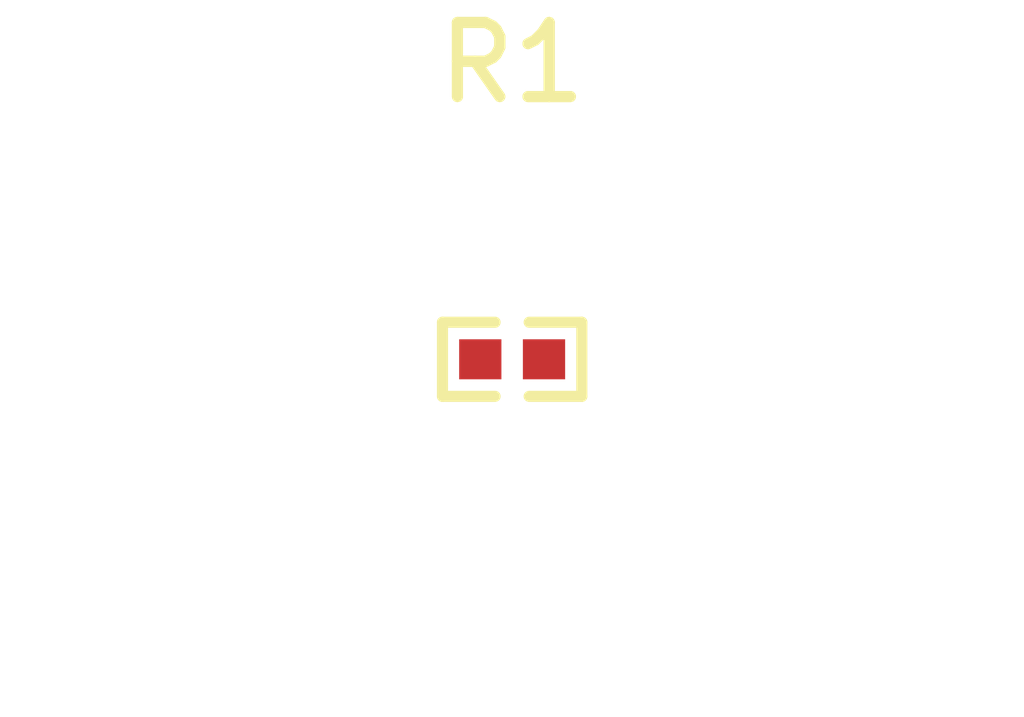
<source format=kicad_pcb>
(kicad_pcb (version 20241229) (generator "atopile") (generator_version "0.3.24")
  (layers (0 "F.Cu" signal) (31 "B.Cu" signal) (34 "B.Paste" user) (35 "F.Paste" user) (36 "B.SilkS" user "B.Silkscreen") (37 "F.SilkS" user "F.Silkscreen") (38 "B.Mask" user) (39 "F.Mask" user) (44 "Edge.Cuts" user))
  (net 0 "")
  (net 1 "in")
  (net 2 "hv")
  (footprint "atopile:R0402-56259e" (layer "F.Cu") (at 0 0 0)
    (property "Reference" "R1" (at 0 -4 0) (layer "F.SilkS") (hide no))
    (property "Value" "1kΩ ±1% 62.5mW")
    (fp_line (start -0.23 0.5) (end -0.94 0.5) (stroke (width 0.15)) (layer "F.SilkS"))
    (fp_line (start -0.94 0.5) (end -0.94 -0.5) (stroke (width 0.15)) (layer "F.SilkS"))
    (fp_line (start -0.94 -0.5) (end -0.23 -0.5) (stroke (width 0.15)) (layer "F.SilkS"))
    (fp_line (start 0.23 0.5) (end 0.94 0.5) (stroke (width 0.15)) (layer "F.SilkS"))
    (fp_line (start 0.94 0.5) (end 0.94 -0.5) (stroke (width 0.15)) (layer "F.SilkS"))
    (fp_line (start 0.94 -0.5) (end 0.23 -0.5) (stroke (width 0.15)) (layer "F.SilkS"))
    (fp_text user "${REFERENCE}" (at 0 -4 0) (layer "F.SilkS"))
    (pad "2" smd rect (at 0.43 0 0) (size 0.57 0.54) (layers "F.Cu" "F.Paste" "F.Mask") (net 1 "in"))
    (pad "1" smd rect (at -0.43 0 0) (size 0.57 0.54) (layers "F.Cu" "F.Paste" "F.Mask") (net 2 "hv"))
  )
)
</source>
